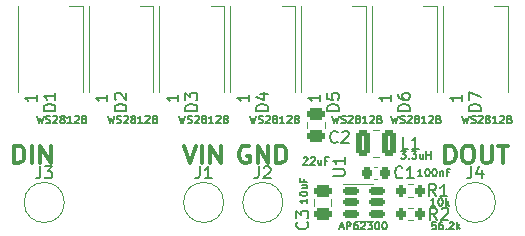
<source format=gto>
G04 #@! TF.GenerationSoftware,KiCad,Pcbnew,(6.0.2)*
G04 #@! TF.CreationDate,2022-12-18T22:11:01-08:00*
G04 #@! TF.ProjectId,rgb-led-board,7267622d-6c65-4642-9d62-6f6172642e6b,rev?*
G04 #@! TF.SameCoordinates,Original*
G04 #@! TF.FileFunction,Legend,Top*
G04 #@! TF.FilePolarity,Positive*
%FSLAX46Y46*%
G04 Gerber Fmt 4.6, Leading zero omitted, Abs format (unit mm)*
G04 Created by KiCad (PCBNEW (6.0.2)) date 2022-12-18 22:11:01*
%MOMM*%
%LPD*%
G01*
G04 APERTURE LIST*
G04 Aperture macros list*
%AMRoundRect*
0 Rectangle with rounded corners*
0 $1 Rounding radius*
0 $2 $3 $4 $5 $6 $7 $8 $9 X,Y pos of 4 corners*
0 Add a 4 corners polygon primitive as box body*
4,1,4,$2,$3,$4,$5,$6,$7,$8,$9,$2,$3,0*
0 Add four circle primitives for the rounded corners*
1,1,$1+$1,$2,$3*
1,1,$1+$1,$4,$5*
1,1,$1+$1,$6,$7*
1,1,$1+$1,$8,$9*
0 Add four rect primitives between the rounded corners*
20,1,$1+$1,$2,$3,$4,$5,0*
20,1,$1+$1,$4,$5,$6,$7,0*
20,1,$1+$1,$6,$7,$8,$9,0*
20,1,$1+$1,$8,$9,$2,$3,0*%
G04 Aperture macros list end*
%ADD10C,0.300000*%
%ADD11C,0.150000*%
%ADD12C,0.120000*%
%ADD13RoundRect,0.250000X-0.475000X0.250000X-0.475000X-0.250000X0.475000X-0.250000X0.475000X0.250000X0*%
%ADD14RoundRect,0.150000X-0.512500X-0.150000X0.512500X-0.150000X0.512500X0.150000X-0.512500X0.150000X0*%
%ADD15RoundRect,0.200000X-0.200000X-0.275000X0.200000X-0.275000X0.200000X0.275000X-0.200000X0.275000X0*%
%ADD16RoundRect,0.200000X0.200000X0.275000X-0.200000X0.275000X-0.200000X-0.275000X0.200000X-0.275000X0*%
%ADD17RoundRect,0.250000X-0.375000X-0.850000X0.375000X-0.850000X0.375000X0.850000X-0.375000X0.850000X0*%
%ADD18C,3.000000*%
%ADD19R,1.000000X1.500000*%
%ADD20RoundRect,0.250000X0.475000X-0.250000X0.475000X0.250000X-0.475000X0.250000X-0.475000X-0.250000X0*%
%ADD21RoundRect,0.225000X-0.225000X-0.250000X0.225000X-0.250000X0.225000X0.250000X-0.225000X0.250000X0*%
G04 APERTURE END LIST*
D10*
X123964285Y-28678571D02*
X123964285Y-27178571D01*
X124321428Y-27178571D01*
X124535714Y-27250000D01*
X124678571Y-27392857D01*
X124750000Y-27535714D01*
X124821428Y-27821428D01*
X124821428Y-28035714D01*
X124750000Y-28321428D01*
X124678571Y-28464285D01*
X124535714Y-28607142D01*
X124321428Y-28678571D01*
X123964285Y-28678571D01*
X125750000Y-27178571D02*
X126035714Y-27178571D01*
X126178571Y-27250000D01*
X126321428Y-27392857D01*
X126392857Y-27678571D01*
X126392857Y-28178571D01*
X126321428Y-28464285D01*
X126178571Y-28607142D01*
X126035714Y-28678571D01*
X125750000Y-28678571D01*
X125607142Y-28607142D01*
X125464285Y-28464285D01*
X125392857Y-28178571D01*
X125392857Y-27678571D01*
X125464285Y-27392857D01*
X125607142Y-27250000D01*
X125750000Y-27178571D01*
X127035714Y-27178571D02*
X127035714Y-28392857D01*
X127107142Y-28535714D01*
X127178571Y-28607142D01*
X127321428Y-28678571D01*
X127607142Y-28678571D01*
X127750000Y-28607142D01*
X127821428Y-28535714D01*
X127892857Y-28392857D01*
X127892857Y-27178571D01*
X128392857Y-27178571D02*
X129250000Y-27178571D01*
X128821428Y-28678571D02*
X128821428Y-27178571D01*
X107357142Y-27250000D02*
X107214285Y-27178571D01*
X107000000Y-27178571D01*
X106785714Y-27250000D01*
X106642857Y-27392857D01*
X106571428Y-27535714D01*
X106500000Y-27821428D01*
X106500000Y-28035714D01*
X106571428Y-28321428D01*
X106642857Y-28464285D01*
X106785714Y-28607142D01*
X107000000Y-28678571D01*
X107142857Y-28678571D01*
X107357142Y-28607142D01*
X107428571Y-28535714D01*
X107428571Y-28035714D01*
X107142857Y-28035714D01*
X108071428Y-28678571D02*
X108071428Y-27178571D01*
X108928571Y-28678571D01*
X108928571Y-27178571D01*
X109642857Y-28678571D02*
X109642857Y-27178571D01*
X110000000Y-27178571D01*
X110214285Y-27250000D01*
X110357142Y-27392857D01*
X110428571Y-27535714D01*
X110500000Y-27821428D01*
X110500000Y-28035714D01*
X110428571Y-28321428D01*
X110357142Y-28464285D01*
X110214285Y-28607142D01*
X110000000Y-28678571D01*
X109642857Y-28678571D01*
X101857142Y-27178571D02*
X102357142Y-28678571D01*
X102857142Y-27178571D01*
X103357142Y-28678571D02*
X103357142Y-27178571D01*
X104071428Y-28678571D02*
X104071428Y-27178571D01*
X104928571Y-28678571D01*
X104928571Y-27178571D01*
X87464285Y-28678571D02*
X87464285Y-27178571D01*
X87821428Y-27178571D01*
X88035714Y-27250000D01*
X88178571Y-27392857D01*
X88250000Y-27535714D01*
X88321428Y-27821428D01*
X88321428Y-28035714D01*
X88250000Y-28321428D01*
X88178571Y-28464285D01*
X88035714Y-28607142D01*
X87821428Y-28678571D01*
X87464285Y-28678571D01*
X88964285Y-28678571D02*
X88964285Y-27178571D01*
X89678571Y-28678571D02*
X89678571Y-27178571D01*
X90535714Y-28678571D01*
X90535714Y-27178571D01*
D11*
X114833333Y-26857142D02*
X114785714Y-26904761D01*
X114642857Y-26952380D01*
X114547619Y-26952380D01*
X114404761Y-26904761D01*
X114309523Y-26809523D01*
X114261904Y-26714285D01*
X114214285Y-26523809D01*
X114214285Y-26380952D01*
X114261904Y-26190476D01*
X114309523Y-26095238D01*
X114404761Y-26000000D01*
X114547619Y-25952380D01*
X114642857Y-25952380D01*
X114785714Y-26000000D01*
X114833333Y-26047619D01*
X115214285Y-26047619D02*
X115261904Y-26000000D01*
X115357142Y-25952380D01*
X115595238Y-25952380D01*
X115690476Y-26000000D01*
X115738095Y-26047619D01*
X115785714Y-26142857D01*
X115785714Y-26238095D01*
X115738095Y-26380952D01*
X115166666Y-26952380D01*
X115785714Y-26952380D01*
X111956785Y-28212738D02*
X111987023Y-28182500D01*
X112047500Y-28152261D01*
X112198690Y-28152261D01*
X112259166Y-28182500D01*
X112289404Y-28212738D01*
X112319642Y-28273214D01*
X112319642Y-28333690D01*
X112289404Y-28424404D01*
X111926547Y-28787261D01*
X112319642Y-28787261D01*
X112561547Y-28212738D02*
X112591785Y-28182500D01*
X112652261Y-28152261D01*
X112803452Y-28152261D01*
X112863928Y-28182500D01*
X112894166Y-28212738D01*
X112924404Y-28273214D01*
X112924404Y-28333690D01*
X112894166Y-28424404D01*
X112531309Y-28787261D01*
X112924404Y-28787261D01*
X113468690Y-28363928D02*
X113468690Y-28787261D01*
X113196547Y-28363928D02*
X113196547Y-28696547D01*
X113226785Y-28757023D01*
X113287261Y-28787261D01*
X113377976Y-28787261D01*
X113438452Y-28757023D01*
X113468690Y-28726785D01*
X113982738Y-28454642D02*
X113771071Y-28454642D01*
X113771071Y-28787261D02*
X113771071Y-28152261D01*
X114073452Y-28152261D01*
X114452380Y-29761904D02*
X115261904Y-29761904D01*
X115357142Y-29714285D01*
X115404761Y-29666666D01*
X115452380Y-29571428D01*
X115452380Y-29380952D01*
X115404761Y-29285714D01*
X115357142Y-29238095D01*
X115261904Y-29190476D01*
X114452380Y-29190476D01*
X115452380Y-28190476D02*
X115452380Y-28761904D01*
X115452380Y-28476190D02*
X114452380Y-28476190D01*
X114595238Y-28571428D01*
X114690476Y-28666666D01*
X114738095Y-28761904D01*
X115019404Y-34105833D02*
X115321785Y-34105833D01*
X114958928Y-34287261D02*
X115170595Y-33652261D01*
X115382261Y-34287261D01*
X115593928Y-34287261D02*
X115593928Y-33652261D01*
X115835833Y-33652261D01*
X115896309Y-33682500D01*
X115926547Y-33712738D01*
X115956785Y-33773214D01*
X115956785Y-33863928D01*
X115926547Y-33924404D01*
X115896309Y-33954642D01*
X115835833Y-33984880D01*
X115593928Y-33984880D01*
X116501071Y-33652261D02*
X116380119Y-33652261D01*
X116319642Y-33682500D01*
X116289404Y-33712738D01*
X116228928Y-33803452D01*
X116198690Y-33924404D01*
X116198690Y-34166309D01*
X116228928Y-34226785D01*
X116259166Y-34257023D01*
X116319642Y-34287261D01*
X116440595Y-34287261D01*
X116501071Y-34257023D01*
X116531309Y-34226785D01*
X116561547Y-34166309D01*
X116561547Y-34015119D01*
X116531309Y-33954642D01*
X116501071Y-33924404D01*
X116440595Y-33894166D01*
X116319642Y-33894166D01*
X116259166Y-33924404D01*
X116228928Y-33954642D01*
X116198690Y-34015119D01*
X116803452Y-33712738D02*
X116833690Y-33682500D01*
X116894166Y-33652261D01*
X117045357Y-33652261D01*
X117105833Y-33682500D01*
X117136071Y-33712738D01*
X117166309Y-33773214D01*
X117166309Y-33833690D01*
X117136071Y-33924404D01*
X116773214Y-34287261D01*
X117166309Y-34287261D01*
X117377976Y-33652261D02*
X117771071Y-33652261D01*
X117559404Y-33894166D01*
X117650119Y-33894166D01*
X117710595Y-33924404D01*
X117740833Y-33954642D01*
X117771071Y-34015119D01*
X117771071Y-34166309D01*
X117740833Y-34226785D01*
X117710595Y-34257023D01*
X117650119Y-34287261D01*
X117468690Y-34287261D01*
X117408214Y-34257023D01*
X117377976Y-34226785D01*
X118164166Y-33652261D02*
X118224642Y-33652261D01*
X118285119Y-33682500D01*
X118315357Y-33712738D01*
X118345595Y-33773214D01*
X118375833Y-33894166D01*
X118375833Y-34045357D01*
X118345595Y-34166309D01*
X118315357Y-34226785D01*
X118285119Y-34257023D01*
X118224642Y-34287261D01*
X118164166Y-34287261D01*
X118103690Y-34257023D01*
X118073452Y-34226785D01*
X118043214Y-34166309D01*
X118012976Y-34045357D01*
X118012976Y-33894166D01*
X118043214Y-33773214D01*
X118073452Y-33712738D01*
X118103690Y-33682500D01*
X118164166Y-33652261D01*
X118768928Y-33652261D02*
X118829404Y-33652261D01*
X118889880Y-33682500D01*
X118920119Y-33712738D01*
X118950357Y-33773214D01*
X118980595Y-33894166D01*
X118980595Y-34045357D01*
X118950357Y-34166309D01*
X118920119Y-34226785D01*
X118889880Y-34257023D01*
X118829404Y-34287261D01*
X118768928Y-34287261D01*
X118708452Y-34257023D01*
X118678214Y-34226785D01*
X118647976Y-34166309D01*
X118617738Y-34045357D01*
X118617738Y-33894166D01*
X118647976Y-33773214D01*
X118678214Y-33712738D01*
X118708452Y-33682500D01*
X118768928Y-33652261D01*
X123258333Y-33452380D02*
X122925000Y-32976190D01*
X122686904Y-33452380D02*
X122686904Y-32452380D01*
X123067857Y-32452380D01*
X123163095Y-32500000D01*
X123210714Y-32547619D01*
X123258333Y-32642857D01*
X123258333Y-32785714D01*
X123210714Y-32880952D01*
X123163095Y-32928571D01*
X123067857Y-32976190D01*
X122686904Y-32976190D01*
X123639285Y-32547619D02*
X123686904Y-32500000D01*
X123782142Y-32452380D01*
X124020238Y-32452380D01*
X124115476Y-32500000D01*
X124163095Y-32547619D01*
X124210714Y-32642857D01*
X124210714Y-32738095D01*
X124163095Y-32880952D01*
X123591666Y-33452380D01*
X124210714Y-33452380D01*
X123122023Y-32287261D02*
X122759166Y-32287261D01*
X122940595Y-32287261D02*
X122940595Y-31652261D01*
X122880119Y-31742976D01*
X122819642Y-31803452D01*
X122759166Y-31833690D01*
X123515119Y-31652261D02*
X123575595Y-31652261D01*
X123636071Y-31682500D01*
X123666309Y-31712738D01*
X123696547Y-31773214D01*
X123726785Y-31894166D01*
X123726785Y-32045357D01*
X123696547Y-32166309D01*
X123666309Y-32226785D01*
X123636071Y-32257023D01*
X123575595Y-32287261D01*
X123515119Y-32287261D01*
X123454642Y-32257023D01*
X123424404Y-32226785D01*
X123394166Y-32166309D01*
X123363928Y-32045357D01*
X123363928Y-31894166D01*
X123394166Y-31773214D01*
X123424404Y-31712738D01*
X123454642Y-31682500D01*
X123515119Y-31652261D01*
X123998928Y-32287261D02*
X123998928Y-31652261D01*
X124059404Y-32045357D02*
X124240833Y-32287261D01*
X124240833Y-31863928D02*
X123998928Y-32105833D01*
X123158333Y-31452380D02*
X122825000Y-30976190D01*
X122586904Y-31452380D02*
X122586904Y-30452380D01*
X122967857Y-30452380D01*
X123063095Y-30500000D01*
X123110714Y-30547619D01*
X123158333Y-30642857D01*
X123158333Y-30785714D01*
X123110714Y-30880952D01*
X123063095Y-30928571D01*
X122967857Y-30976190D01*
X122586904Y-30976190D01*
X124110714Y-31452380D02*
X123539285Y-31452380D01*
X123825000Y-31452380D02*
X123825000Y-30452380D01*
X123729761Y-30595238D01*
X123634523Y-30690476D01*
X123539285Y-30738095D01*
X123138214Y-33652261D02*
X122835833Y-33652261D01*
X122805595Y-33954642D01*
X122835833Y-33924404D01*
X122896309Y-33894166D01*
X123047500Y-33894166D01*
X123107976Y-33924404D01*
X123138214Y-33954642D01*
X123168452Y-34015119D01*
X123168452Y-34166309D01*
X123138214Y-34226785D01*
X123107976Y-34257023D01*
X123047500Y-34287261D01*
X122896309Y-34287261D01*
X122835833Y-34257023D01*
X122805595Y-34226785D01*
X123712738Y-33652261D02*
X123591785Y-33652261D01*
X123531309Y-33682500D01*
X123501071Y-33712738D01*
X123440595Y-33803452D01*
X123410357Y-33924404D01*
X123410357Y-34166309D01*
X123440595Y-34226785D01*
X123470833Y-34257023D01*
X123531309Y-34287261D01*
X123652261Y-34287261D01*
X123712738Y-34257023D01*
X123742976Y-34226785D01*
X123773214Y-34166309D01*
X123773214Y-34015119D01*
X123742976Y-33954642D01*
X123712738Y-33924404D01*
X123652261Y-33894166D01*
X123531309Y-33894166D01*
X123470833Y-33924404D01*
X123440595Y-33954642D01*
X123410357Y-34015119D01*
X124045357Y-34226785D02*
X124075595Y-34257023D01*
X124045357Y-34287261D01*
X124015119Y-34257023D01*
X124045357Y-34226785D01*
X124045357Y-34287261D01*
X124317500Y-33712738D02*
X124347738Y-33682500D01*
X124408214Y-33652261D01*
X124559404Y-33652261D01*
X124619880Y-33682500D01*
X124650119Y-33712738D01*
X124680357Y-33773214D01*
X124680357Y-33833690D01*
X124650119Y-33924404D01*
X124287261Y-34287261D01*
X124680357Y-34287261D01*
X124952500Y-34287261D02*
X124952500Y-33652261D01*
X125012976Y-34045357D02*
X125194404Y-34287261D01*
X125194404Y-33863928D02*
X124952500Y-34105833D01*
X120833333Y-27452380D02*
X120357142Y-27452380D01*
X120357142Y-26452380D01*
X121690476Y-27452380D02*
X121119047Y-27452380D01*
X121404761Y-27452380D02*
X121404761Y-26452380D01*
X121309523Y-26595238D01*
X121214285Y-26690476D01*
X121119047Y-26738095D01*
X120214880Y-27652261D02*
X120607976Y-27652261D01*
X120396309Y-27894166D01*
X120487023Y-27894166D01*
X120547500Y-27924404D01*
X120577738Y-27954642D01*
X120607976Y-28015119D01*
X120607976Y-28166309D01*
X120577738Y-28226785D01*
X120547500Y-28257023D01*
X120487023Y-28287261D01*
X120305595Y-28287261D01*
X120245119Y-28257023D01*
X120214880Y-28226785D01*
X120880119Y-28226785D02*
X120910357Y-28257023D01*
X120880119Y-28287261D01*
X120849880Y-28257023D01*
X120880119Y-28226785D01*
X120880119Y-28287261D01*
X121122023Y-27652261D02*
X121515119Y-27652261D01*
X121303452Y-27894166D01*
X121394166Y-27894166D01*
X121454642Y-27924404D01*
X121484880Y-27954642D01*
X121515119Y-28015119D01*
X121515119Y-28166309D01*
X121484880Y-28226785D01*
X121454642Y-28257023D01*
X121394166Y-28287261D01*
X121212738Y-28287261D01*
X121152261Y-28257023D01*
X121122023Y-28226785D01*
X122059404Y-27863928D02*
X122059404Y-28287261D01*
X121787261Y-27863928D02*
X121787261Y-28196547D01*
X121817500Y-28257023D01*
X121877976Y-28287261D01*
X121968690Y-28287261D01*
X122029166Y-28257023D01*
X122059404Y-28226785D01*
X122361785Y-28287261D02*
X122361785Y-27652261D01*
X122361785Y-27954642D02*
X122724642Y-27954642D01*
X122724642Y-28287261D02*
X122724642Y-27652261D01*
X126166666Y-28954380D02*
X126166666Y-29668666D01*
X126119047Y-29811523D01*
X126023809Y-29906761D01*
X125880952Y-29954380D01*
X125785714Y-29954380D01*
X127071428Y-29287714D02*
X127071428Y-29954380D01*
X126833333Y-28906761D02*
X126595238Y-29621047D01*
X127214285Y-29621047D01*
X89666666Y-28954380D02*
X89666666Y-29668666D01*
X89619047Y-29811523D01*
X89523809Y-29906761D01*
X89380952Y-29954380D01*
X89285714Y-29954380D01*
X90047619Y-28954380D02*
X90666666Y-28954380D01*
X90333333Y-29335333D01*
X90476190Y-29335333D01*
X90571428Y-29382952D01*
X90619047Y-29430571D01*
X90666666Y-29525809D01*
X90666666Y-29763904D01*
X90619047Y-29859142D01*
X90571428Y-29906761D01*
X90476190Y-29954380D01*
X90190476Y-29954380D01*
X90095238Y-29906761D01*
X90047619Y-29859142D01*
X108166666Y-28954380D02*
X108166666Y-29668666D01*
X108119047Y-29811523D01*
X108023809Y-29906761D01*
X107880952Y-29954380D01*
X107785714Y-29954380D01*
X108595238Y-29049619D02*
X108642857Y-29002000D01*
X108738095Y-28954380D01*
X108976190Y-28954380D01*
X109071428Y-29002000D01*
X109119047Y-29049619D01*
X109166666Y-29144857D01*
X109166666Y-29240095D01*
X109119047Y-29382952D01*
X108547619Y-29954380D01*
X109166666Y-29954380D01*
X103166666Y-28954380D02*
X103166666Y-29668666D01*
X103119047Y-29811523D01*
X103023809Y-29906761D01*
X102880952Y-29954380D01*
X102785714Y-29954380D01*
X104166666Y-29954380D02*
X103595238Y-29954380D01*
X103880952Y-29954380D02*
X103880952Y-28954380D01*
X103785714Y-29097238D01*
X103690476Y-29192476D01*
X103595238Y-29240095D01*
X126952380Y-24238095D02*
X125952380Y-24238095D01*
X125952380Y-24000000D01*
X126000000Y-23857142D01*
X126095238Y-23761904D01*
X126190476Y-23714285D01*
X126380952Y-23666666D01*
X126523809Y-23666666D01*
X126714285Y-23714285D01*
X126809523Y-23761904D01*
X126904761Y-23857142D01*
X126952380Y-24000000D01*
X126952380Y-24238095D01*
X125952380Y-23333333D02*
X125952380Y-22666666D01*
X126952380Y-23095238D01*
X125398452Y-24652261D02*
X125549642Y-25287261D01*
X125670595Y-24833690D01*
X125791547Y-25287261D01*
X125942738Y-24652261D01*
X126154404Y-25257023D02*
X126245119Y-25287261D01*
X126396309Y-25287261D01*
X126456785Y-25257023D01*
X126487023Y-25226785D01*
X126517261Y-25166309D01*
X126517261Y-25105833D01*
X126487023Y-25045357D01*
X126456785Y-25015119D01*
X126396309Y-24984880D01*
X126275357Y-24954642D01*
X126214880Y-24924404D01*
X126184642Y-24894166D01*
X126154404Y-24833690D01*
X126154404Y-24773214D01*
X126184642Y-24712738D01*
X126214880Y-24682500D01*
X126275357Y-24652261D01*
X126426547Y-24652261D01*
X126517261Y-24682500D01*
X126759166Y-24712738D02*
X126789404Y-24682500D01*
X126849880Y-24652261D01*
X127001071Y-24652261D01*
X127061547Y-24682500D01*
X127091785Y-24712738D01*
X127122023Y-24773214D01*
X127122023Y-24833690D01*
X127091785Y-24924404D01*
X126728928Y-25287261D01*
X127122023Y-25287261D01*
X127484880Y-24924404D02*
X127424404Y-24894166D01*
X127394166Y-24863928D01*
X127363928Y-24803452D01*
X127363928Y-24773214D01*
X127394166Y-24712738D01*
X127424404Y-24682500D01*
X127484880Y-24652261D01*
X127605833Y-24652261D01*
X127666309Y-24682500D01*
X127696547Y-24712738D01*
X127726785Y-24773214D01*
X127726785Y-24803452D01*
X127696547Y-24863928D01*
X127666309Y-24894166D01*
X127605833Y-24924404D01*
X127484880Y-24924404D01*
X127424404Y-24954642D01*
X127394166Y-24984880D01*
X127363928Y-25045357D01*
X127363928Y-25166309D01*
X127394166Y-25226785D01*
X127424404Y-25257023D01*
X127484880Y-25287261D01*
X127605833Y-25287261D01*
X127666309Y-25257023D01*
X127696547Y-25226785D01*
X127726785Y-25166309D01*
X127726785Y-25045357D01*
X127696547Y-24984880D01*
X127666309Y-24954642D01*
X127605833Y-24924404D01*
X128331547Y-25287261D02*
X127968690Y-25287261D01*
X128150119Y-25287261D02*
X128150119Y-24652261D01*
X128089642Y-24742976D01*
X128029166Y-24803452D01*
X127968690Y-24833690D01*
X128573452Y-24712738D02*
X128603690Y-24682500D01*
X128664166Y-24652261D01*
X128815357Y-24652261D01*
X128875833Y-24682500D01*
X128906071Y-24712738D01*
X128936309Y-24773214D01*
X128936309Y-24833690D01*
X128906071Y-24924404D01*
X128543214Y-25287261D01*
X128936309Y-25287261D01*
X129420119Y-24954642D02*
X129510833Y-24984880D01*
X129541071Y-25015119D01*
X129571309Y-25075595D01*
X129571309Y-25166309D01*
X129541071Y-25226785D01*
X129510833Y-25257023D01*
X129450357Y-25287261D01*
X129208452Y-25287261D01*
X129208452Y-24652261D01*
X129420119Y-24652261D01*
X129480595Y-24682500D01*
X129510833Y-24712738D01*
X129541071Y-24773214D01*
X129541071Y-24833690D01*
X129510833Y-24894166D01*
X129480595Y-24924404D01*
X129420119Y-24954642D01*
X129208452Y-24954642D01*
X125352380Y-22864285D02*
X125352380Y-23435714D01*
X125352380Y-23150000D02*
X124352380Y-23150000D01*
X124495238Y-23245238D01*
X124590476Y-23340476D01*
X124638095Y-23435714D01*
X120952380Y-24238095D02*
X119952380Y-24238095D01*
X119952380Y-24000000D01*
X120000000Y-23857142D01*
X120095238Y-23761904D01*
X120190476Y-23714285D01*
X120380952Y-23666666D01*
X120523809Y-23666666D01*
X120714285Y-23714285D01*
X120809523Y-23761904D01*
X120904761Y-23857142D01*
X120952380Y-24000000D01*
X120952380Y-24238095D01*
X119952380Y-22809523D02*
X119952380Y-23000000D01*
X120000000Y-23095238D01*
X120047619Y-23142857D01*
X120190476Y-23238095D01*
X120380952Y-23285714D01*
X120761904Y-23285714D01*
X120857142Y-23238095D01*
X120904761Y-23190476D01*
X120952380Y-23095238D01*
X120952380Y-22904761D01*
X120904761Y-22809523D01*
X120857142Y-22761904D01*
X120761904Y-22714285D01*
X120523809Y-22714285D01*
X120428571Y-22761904D01*
X120380952Y-22809523D01*
X120333333Y-22904761D01*
X120333333Y-23095238D01*
X120380952Y-23190476D01*
X120428571Y-23238095D01*
X120523809Y-23285714D01*
X119398452Y-24652261D02*
X119549642Y-25287261D01*
X119670595Y-24833690D01*
X119791547Y-25287261D01*
X119942738Y-24652261D01*
X120154404Y-25257023D02*
X120245119Y-25287261D01*
X120396309Y-25287261D01*
X120456785Y-25257023D01*
X120487023Y-25226785D01*
X120517261Y-25166309D01*
X120517261Y-25105833D01*
X120487023Y-25045357D01*
X120456785Y-25015119D01*
X120396309Y-24984880D01*
X120275357Y-24954642D01*
X120214880Y-24924404D01*
X120184642Y-24894166D01*
X120154404Y-24833690D01*
X120154404Y-24773214D01*
X120184642Y-24712738D01*
X120214880Y-24682500D01*
X120275357Y-24652261D01*
X120426547Y-24652261D01*
X120517261Y-24682500D01*
X120759166Y-24712738D02*
X120789404Y-24682500D01*
X120849880Y-24652261D01*
X121001071Y-24652261D01*
X121061547Y-24682500D01*
X121091785Y-24712738D01*
X121122023Y-24773214D01*
X121122023Y-24833690D01*
X121091785Y-24924404D01*
X120728928Y-25287261D01*
X121122023Y-25287261D01*
X121484880Y-24924404D02*
X121424404Y-24894166D01*
X121394166Y-24863928D01*
X121363928Y-24803452D01*
X121363928Y-24773214D01*
X121394166Y-24712738D01*
X121424404Y-24682500D01*
X121484880Y-24652261D01*
X121605833Y-24652261D01*
X121666309Y-24682500D01*
X121696547Y-24712738D01*
X121726785Y-24773214D01*
X121726785Y-24803452D01*
X121696547Y-24863928D01*
X121666309Y-24894166D01*
X121605833Y-24924404D01*
X121484880Y-24924404D01*
X121424404Y-24954642D01*
X121394166Y-24984880D01*
X121363928Y-25045357D01*
X121363928Y-25166309D01*
X121394166Y-25226785D01*
X121424404Y-25257023D01*
X121484880Y-25287261D01*
X121605833Y-25287261D01*
X121666309Y-25257023D01*
X121696547Y-25226785D01*
X121726785Y-25166309D01*
X121726785Y-25045357D01*
X121696547Y-24984880D01*
X121666309Y-24954642D01*
X121605833Y-24924404D01*
X122331547Y-25287261D02*
X121968690Y-25287261D01*
X122150119Y-25287261D02*
X122150119Y-24652261D01*
X122089642Y-24742976D01*
X122029166Y-24803452D01*
X121968690Y-24833690D01*
X122573452Y-24712738D02*
X122603690Y-24682500D01*
X122664166Y-24652261D01*
X122815357Y-24652261D01*
X122875833Y-24682500D01*
X122906071Y-24712738D01*
X122936309Y-24773214D01*
X122936309Y-24833690D01*
X122906071Y-24924404D01*
X122543214Y-25287261D01*
X122936309Y-25287261D01*
X123420119Y-24954642D02*
X123510833Y-24984880D01*
X123541071Y-25015119D01*
X123571309Y-25075595D01*
X123571309Y-25166309D01*
X123541071Y-25226785D01*
X123510833Y-25257023D01*
X123450357Y-25287261D01*
X123208452Y-25287261D01*
X123208452Y-24652261D01*
X123420119Y-24652261D01*
X123480595Y-24682500D01*
X123510833Y-24712738D01*
X123541071Y-24773214D01*
X123541071Y-24833690D01*
X123510833Y-24894166D01*
X123480595Y-24924404D01*
X123420119Y-24954642D01*
X123208452Y-24954642D01*
X119352380Y-22864285D02*
X119352380Y-23435714D01*
X119352380Y-23150000D02*
X118352380Y-23150000D01*
X118495238Y-23245238D01*
X118590476Y-23340476D01*
X118638095Y-23435714D01*
X114952380Y-24238095D02*
X113952380Y-24238095D01*
X113952380Y-24000000D01*
X114000000Y-23857142D01*
X114095238Y-23761904D01*
X114190476Y-23714285D01*
X114380952Y-23666666D01*
X114523809Y-23666666D01*
X114714285Y-23714285D01*
X114809523Y-23761904D01*
X114904761Y-23857142D01*
X114952380Y-24000000D01*
X114952380Y-24238095D01*
X113952380Y-22761904D02*
X113952380Y-23238095D01*
X114428571Y-23285714D01*
X114380952Y-23238095D01*
X114333333Y-23142857D01*
X114333333Y-22904761D01*
X114380952Y-22809523D01*
X114428571Y-22761904D01*
X114523809Y-22714285D01*
X114761904Y-22714285D01*
X114857142Y-22761904D01*
X114904761Y-22809523D01*
X114952380Y-22904761D01*
X114952380Y-23142857D01*
X114904761Y-23238095D01*
X114857142Y-23285714D01*
X114398452Y-24652261D02*
X114549642Y-25287261D01*
X114670595Y-24833690D01*
X114791547Y-25287261D01*
X114942738Y-24652261D01*
X115154404Y-25257023D02*
X115245119Y-25287261D01*
X115396309Y-25287261D01*
X115456785Y-25257023D01*
X115487023Y-25226785D01*
X115517261Y-25166309D01*
X115517261Y-25105833D01*
X115487023Y-25045357D01*
X115456785Y-25015119D01*
X115396309Y-24984880D01*
X115275357Y-24954642D01*
X115214880Y-24924404D01*
X115184642Y-24894166D01*
X115154404Y-24833690D01*
X115154404Y-24773214D01*
X115184642Y-24712738D01*
X115214880Y-24682500D01*
X115275357Y-24652261D01*
X115426547Y-24652261D01*
X115517261Y-24682500D01*
X115759166Y-24712738D02*
X115789404Y-24682500D01*
X115849880Y-24652261D01*
X116001071Y-24652261D01*
X116061547Y-24682500D01*
X116091785Y-24712738D01*
X116122023Y-24773214D01*
X116122023Y-24833690D01*
X116091785Y-24924404D01*
X115728928Y-25287261D01*
X116122023Y-25287261D01*
X116484880Y-24924404D02*
X116424404Y-24894166D01*
X116394166Y-24863928D01*
X116363928Y-24803452D01*
X116363928Y-24773214D01*
X116394166Y-24712738D01*
X116424404Y-24682500D01*
X116484880Y-24652261D01*
X116605833Y-24652261D01*
X116666309Y-24682500D01*
X116696547Y-24712738D01*
X116726785Y-24773214D01*
X116726785Y-24803452D01*
X116696547Y-24863928D01*
X116666309Y-24894166D01*
X116605833Y-24924404D01*
X116484880Y-24924404D01*
X116424404Y-24954642D01*
X116394166Y-24984880D01*
X116363928Y-25045357D01*
X116363928Y-25166309D01*
X116394166Y-25226785D01*
X116424404Y-25257023D01*
X116484880Y-25287261D01*
X116605833Y-25287261D01*
X116666309Y-25257023D01*
X116696547Y-25226785D01*
X116726785Y-25166309D01*
X116726785Y-25045357D01*
X116696547Y-24984880D01*
X116666309Y-24954642D01*
X116605833Y-24924404D01*
X117331547Y-25287261D02*
X116968690Y-25287261D01*
X117150119Y-25287261D02*
X117150119Y-24652261D01*
X117089642Y-24742976D01*
X117029166Y-24803452D01*
X116968690Y-24833690D01*
X117573452Y-24712738D02*
X117603690Y-24682500D01*
X117664166Y-24652261D01*
X117815357Y-24652261D01*
X117875833Y-24682500D01*
X117906071Y-24712738D01*
X117936309Y-24773214D01*
X117936309Y-24833690D01*
X117906071Y-24924404D01*
X117543214Y-25287261D01*
X117936309Y-25287261D01*
X118420119Y-24954642D02*
X118510833Y-24984880D01*
X118541071Y-25015119D01*
X118571309Y-25075595D01*
X118571309Y-25166309D01*
X118541071Y-25226785D01*
X118510833Y-25257023D01*
X118450357Y-25287261D01*
X118208452Y-25287261D01*
X118208452Y-24652261D01*
X118420119Y-24652261D01*
X118480595Y-24682500D01*
X118510833Y-24712738D01*
X118541071Y-24773214D01*
X118541071Y-24833690D01*
X118510833Y-24894166D01*
X118480595Y-24924404D01*
X118420119Y-24954642D01*
X118208452Y-24954642D01*
X113352380Y-22864285D02*
X113352380Y-23435714D01*
X113352380Y-23150000D02*
X112352380Y-23150000D01*
X112495238Y-23245238D01*
X112590476Y-23340476D01*
X112638095Y-23435714D01*
X108952380Y-24238095D02*
X107952380Y-24238095D01*
X107952380Y-24000000D01*
X108000000Y-23857142D01*
X108095238Y-23761904D01*
X108190476Y-23714285D01*
X108380952Y-23666666D01*
X108523809Y-23666666D01*
X108714285Y-23714285D01*
X108809523Y-23761904D01*
X108904761Y-23857142D01*
X108952380Y-24000000D01*
X108952380Y-24238095D01*
X108285714Y-22809523D02*
X108952380Y-22809523D01*
X107904761Y-23047619D02*
X108619047Y-23285714D01*
X108619047Y-22666666D01*
X107398452Y-24652261D02*
X107549642Y-25287261D01*
X107670595Y-24833690D01*
X107791547Y-25287261D01*
X107942738Y-24652261D01*
X108154404Y-25257023D02*
X108245119Y-25287261D01*
X108396309Y-25287261D01*
X108456785Y-25257023D01*
X108487023Y-25226785D01*
X108517261Y-25166309D01*
X108517261Y-25105833D01*
X108487023Y-25045357D01*
X108456785Y-25015119D01*
X108396309Y-24984880D01*
X108275357Y-24954642D01*
X108214880Y-24924404D01*
X108184642Y-24894166D01*
X108154404Y-24833690D01*
X108154404Y-24773214D01*
X108184642Y-24712738D01*
X108214880Y-24682500D01*
X108275357Y-24652261D01*
X108426547Y-24652261D01*
X108517261Y-24682500D01*
X108759166Y-24712738D02*
X108789404Y-24682500D01*
X108849880Y-24652261D01*
X109001071Y-24652261D01*
X109061547Y-24682500D01*
X109091785Y-24712738D01*
X109122023Y-24773214D01*
X109122023Y-24833690D01*
X109091785Y-24924404D01*
X108728928Y-25287261D01*
X109122023Y-25287261D01*
X109484880Y-24924404D02*
X109424404Y-24894166D01*
X109394166Y-24863928D01*
X109363928Y-24803452D01*
X109363928Y-24773214D01*
X109394166Y-24712738D01*
X109424404Y-24682500D01*
X109484880Y-24652261D01*
X109605833Y-24652261D01*
X109666309Y-24682500D01*
X109696547Y-24712738D01*
X109726785Y-24773214D01*
X109726785Y-24803452D01*
X109696547Y-24863928D01*
X109666309Y-24894166D01*
X109605833Y-24924404D01*
X109484880Y-24924404D01*
X109424404Y-24954642D01*
X109394166Y-24984880D01*
X109363928Y-25045357D01*
X109363928Y-25166309D01*
X109394166Y-25226785D01*
X109424404Y-25257023D01*
X109484880Y-25287261D01*
X109605833Y-25287261D01*
X109666309Y-25257023D01*
X109696547Y-25226785D01*
X109726785Y-25166309D01*
X109726785Y-25045357D01*
X109696547Y-24984880D01*
X109666309Y-24954642D01*
X109605833Y-24924404D01*
X110331547Y-25287261D02*
X109968690Y-25287261D01*
X110150119Y-25287261D02*
X110150119Y-24652261D01*
X110089642Y-24742976D01*
X110029166Y-24803452D01*
X109968690Y-24833690D01*
X110573452Y-24712738D02*
X110603690Y-24682500D01*
X110664166Y-24652261D01*
X110815357Y-24652261D01*
X110875833Y-24682500D01*
X110906071Y-24712738D01*
X110936309Y-24773214D01*
X110936309Y-24833690D01*
X110906071Y-24924404D01*
X110543214Y-25287261D01*
X110936309Y-25287261D01*
X111420119Y-24954642D02*
X111510833Y-24984880D01*
X111541071Y-25015119D01*
X111571309Y-25075595D01*
X111571309Y-25166309D01*
X111541071Y-25226785D01*
X111510833Y-25257023D01*
X111450357Y-25287261D01*
X111208452Y-25287261D01*
X111208452Y-24652261D01*
X111420119Y-24652261D01*
X111480595Y-24682500D01*
X111510833Y-24712738D01*
X111541071Y-24773214D01*
X111541071Y-24833690D01*
X111510833Y-24894166D01*
X111480595Y-24924404D01*
X111420119Y-24954642D01*
X111208452Y-24954642D01*
X107352380Y-22864285D02*
X107352380Y-23435714D01*
X107352380Y-23150000D02*
X106352380Y-23150000D01*
X106495238Y-23245238D01*
X106590476Y-23340476D01*
X106638095Y-23435714D01*
X102952380Y-24238095D02*
X101952380Y-24238095D01*
X101952380Y-24000000D01*
X102000000Y-23857142D01*
X102095238Y-23761904D01*
X102190476Y-23714285D01*
X102380952Y-23666666D01*
X102523809Y-23666666D01*
X102714285Y-23714285D01*
X102809523Y-23761904D01*
X102904761Y-23857142D01*
X102952380Y-24000000D01*
X102952380Y-24238095D01*
X101952380Y-23333333D02*
X101952380Y-22714285D01*
X102333333Y-23047619D01*
X102333333Y-22904761D01*
X102380952Y-22809523D01*
X102428571Y-22761904D01*
X102523809Y-22714285D01*
X102761904Y-22714285D01*
X102857142Y-22761904D01*
X102904761Y-22809523D01*
X102952380Y-22904761D01*
X102952380Y-23190476D01*
X102904761Y-23285714D01*
X102857142Y-23333333D01*
X101398452Y-24652261D02*
X101549642Y-25287261D01*
X101670595Y-24833690D01*
X101791547Y-25287261D01*
X101942738Y-24652261D01*
X102154404Y-25257023D02*
X102245119Y-25287261D01*
X102396309Y-25287261D01*
X102456785Y-25257023D01*
X102487023Y-25226785D01*
X102517261Y-25166309D01*
X102517261Y-25105833D01*
X102487023Y-25045357D01*
X102456785Y-25015119D01*
X102396309Y-24984880D01*
X102275357Y-24954642D01*
X102214880Y-24924404D01*
X102184642Y-24894166D01*
X102154404Y-24833690D01*
X102154404Y-24773214D01*
X102184642Y-24712738D01*
X102214880Y-24682500D01*
X102275357Y-24652261D01*
X102426547Y-24652261D01*
X102517261Y-24682500D01*
X102759166Y-24712738D02*
X102789404Y-24682500D01*
X102849880Y-24652261D01*
X103001071Y-24652261D01*
X103061547Y-24682500D01*
X103091785Y-24712738D01*
X103122023Y-24773214D01*
X103122023Y-24833690D01*
X103091785Y-24924404D01*
X102728928Y-25287261D01*
X103122023Y-25287261D01*
X103484880Y-24924404D02*
X103424404Y-24894166D01*
X103394166Y-24863928D01*
X103363928Y-24803452D01*
X103363928Y-24773214D01*
X103394166Y-24712738D01*
X103424404Y-24682500D01*
X103484880Y-24652261D01*
X103605833Y-24652261D01*
X103666309Y-24682500D01*
X103696547Y-24712738D01*
X103726785Y-24773214D01*
X103726785Y-24803452D01*
X103696547Y-24863928D01*
X103666309Y-24894166D01*
X103605833Y-24924404D01*
X103484880Y-24924404D01*
X103424404Y-24954642D01*
X103394166Y-24984880D01*
X103363928Y-25045357D01*
X103363928Y-25166309D01*
X103394166Y-25226785D01*
X103424404Y-25257023D01*
X103484880Y-25287261D01*
X103605833Y-25287261D01*
X103666309Y-25257023D01*
X103696547Y-25226785D01*
X103726785Y-25166309D01*
X103726785Y-25045357D01*
X103696547Y-24984880D01*
X103666309Y-24954642D01*
X103605833Y-24924404D01*
X104331547Y-25287261D02*
X103968690Y-25287261D01*
X104150119Y-25287261D02*
X104150119Y-24652261D01*
X104089642Y-24742976D01*
X104029166Y-24803452D01*
X103968690Y-24833690D01*
X104573452Y-24712738D02*
X104603690Y-24682500D01*
X104664166Y-24652261D01*
X104815357Y-24652261D01*
X104875833Y-24682500D01*
X104906071Y-24712738D01*
X104936309Y-24773214D01*
X104936309Y-24833690D01*
X104906071Y-24924404D01*
X104543214Y-25287261D01*
X104936309Y-25287261D01*
X105420119Y-24954642D02*
X105510833Y-24984880D01*
X105541071Y-25015119D01*
X105571309Y-25075595D01*
X105571309Y-25166309D01*
X105541071Y-25226785D01*
X105510833Y-25257023D01*
X105450357Y-25287261D01*
X105208452Y-25287261D01*
X105208452Y-24652261D01*
X105420119Y-24652261D01*
X105480595Y-24682500D01*
X105510833Y-24712738D01*
X105541071Y-24773214D01*
X105541071Y-24833690D01*
X105510833Y-24894166D01*
X105480595Y-24924404D01*
X105420119Y-24954642D01*
X105208452Y-24954642D01*
X101352380Y-22864285D02*
X101352380Y-23435714D01*
X101352380Y-23150000D02*
X100352380Y-23150000D01*
X100495238Y-23245238D01*
X100590476Y-23340476D01*
X100638095Y-23435714D01*
X96952380Y-24238095D02*
X95952380Y-24238095D01*
X95952380Y-24000000D01*
X96000000Y-23857142D01*
X96095238Y-23761904D01*
X96190476Y-23714285D01*
X96380952Y-23666666D01*
X96523809Y-23666666D01*
X96714285Y-23714285D01*
X96809523Y-23761904D01*
X96904761Y-23857142D01*
X96952380Y-24000000D01*
X96952380Y-24238095D01*
X96047619Y-23285714D02*
X96000000Y-23238095D01*
X95952380Y-23142857D01*
X95952380Y-22904761D01*
X96000000Y-22809523D01*
X96047619Y-22761904D01*
X96142857Y-22714285D01*
X96238095Y-22714285D01*
X96380952Y-22761904D01*
X96952380Y-23333333D01*
X96952380Y-22714285D01*
X95398452Y-24652261D02*
X95549642Y-25287261D01*
X95670595Y-24833690D01*
X95791547Y-25287261D01*
X95942738Y-24652261D01*
X96154404Y-25257023D02*
X96245119Y-25287261D01*
X96396309Y-25287261D01*
X96456785Y-25257023D01*
X96487023Y-25226785D01*
X96517261Y-25166309D01*
X96517261Y-25105833D01*
X96487023Y-25045357D01*
X96456785Y-25015119D01*
X96396309Y-24984880D01*
X96275357Y-24954642D01*
X96214880Y-24924404D01*
X96184642Y-24894166D01*
X96154404Y-24833690D01*
X96154404Y-24773214D01*
X96184642Y-24712738D01*
X96214880Y-24682500D01*
X96275357Y-24652261D01*
X96426547Y-24652261D01*
X96517261Y-24682500D01*
X96759166Y-24712738D02*
X96789404Y-24682500D01*
X96849880Y-24652261D01*
X97001071Y-24652261D01*
X97061547Y-24682500D01*
X97091785Y-24712738D01*
X97122023Y-24773214D01*
X97122023Y-24833690D01*
X97091785Y-24924404D01*
X96728928Y-25287261D01*
X97122023Y-25287261D01*
X97484880Y-24924404D02*
X97424404Y-24894166D01*
X97394166Y-24863928D01*
X97363928Y-24803452D01*
X97363928Y-24773214D01*
X97394166Y-24712738D01*
X97424404Y-24682500D01*
X97484880Y-24652261D01*
X97605833Y-24652261D01*
X97666309Y-24682500D01*
X97696547Y-24712738D01*
X97726785Y-24773214D01*
X97726785Y-24803452D01*
X97696547Y-24863928D01*
X97666309Y-24894166D01*
X97605833Y-24924404D01*
X97484880Y-24924404D01*
X97424404Y-24954642D01*
X97394166Y-24984880D01*
X97363928Y-25045357D01*
X97363928Y-25166309D01*
X97394166Y-25226785D01*
X97424404Y-25257023D01*
X97484880Y-25287261D01*
X97605833Y-25287261D01*
X97666309Y-25257023D01*
X97696547Y-25226785D01*
X97726785Y-25166309D01*
X97726785Y-25045357D01*
X97696547Y-24984880D01*
X97666309Y-24954642D01*
X97605833Y-24924404D01*
X98331547Y-25287261D02*
X97968690Y-25287261D01*
X98150119Y-25287261D02*
X98150119Y-24652261D01*
X98089642Y-24742976D01*
X98029166Y-24803452D01*
X97968690Y-24833690D01*
X98573452Y-24712738D02*
X98603690Y-24682500D01*
X98664166Y-24652261D01*
X98815357Y-24652261D01*
X98875833Y-24682500D01*
X98906071Y-24712738D01*
X98936309Y-24773214D01*
X98936309Y-24833690D01*
X98906071Y-24924404D01*
X98543214Y-25287261D01*
X98936309Y-25287261D01*
X99420119Y-24954642D02*
X99510833Y-24984880D01*
X99541071Y-25015119D01*
X99571309Y-25075595D01*
X99571309Y-25166309D01*
X99541071Y-25226785D01*
X99510833Y-25257023D01*
X99450357Y-25287261D01*
X99208452Y-25287261D01*
X99208452Y-24652261D01*
X99420119Y-24652261D01*
X99480595Y-24682500D01*
X99510833Y-24712738D01*
X99541071Y-24773214D01*
X99541071Y-24833690D01*
X99510833Y-24894166D01*
X99480595Y-24924404D01*
X99420119Y-24954642D01*
X99208452Y-24954642D01*
X95352380Y-22864285D02*
X95352380Y-23435714D01*
X95352380Y-23150000D02*
X94352380Y-23150000D01*
X94495238Y-23245238D01*
X94590476Y-23340476D01*
X94638095Y-23435714D01*
X90952380Y-24238095D02*
X89952380Y-24238095D01*
X89952380Y-24000000D01*
X90000000Y-23857142D01*
X90095238Y-23761904D01*
X90190476Y-23714285D01*
X90380952Y-23666666D01*
X90523809Y-23666666D01*
X90714285Y-23714285D01*
X90809523Y-23761904D01*
X90904761Y-23857142D01*
X90952380Y-24000000D01*
X90952380Y-24238095D01*
X90952380Y-22714285D02*
X90952380Y-23285714D01*
X90952380Y-23000000D02*
X89952380Y-23000000D01*
X90095238Y-23095238D01*
X90190476Y-23190476D01*
X90238095Y-23285714D01*
X89398452Y-24652261D02*
X89549642Y-25287261D01*
X89670595Y-24833690D01*
X89791547Y-25287261D01*
X89942738Y-24652261D01*
X90154404Y-25257023D02*
X90245119Y-25287261D01*
X90396309Y-25287261D01*
X90456785Y-25257023D01*
X90487023Y-25226785D01*
X90517261Y-25166309D01*
X90517261Y-25105833D01*
X90487023Y-25045357D01*
X90456785Y-25015119D01*
X90396309Y-24984880D01*
X90275357Y-24954642D01*
X90214880Y-24924404D01*
X90184642Y-24894166D01*
X90154404Y-24833690D01*
X90154404Y-24773214D01*
X90184642Y-24712738D01*
X90214880Y-24682500D01*
X90275357Y-24652261D01*
X90426547Y-24652261D01*
X90517261Y-24682500D01*
X90759166Y-24712738D02*
X90789404Y-24682500D01*
X90849880Y-24652261D01*
X91001071Y-24652261D01*
X91061547Y-24682500D01*
X91091785Y-24712738D01*
X91122023Y-24773214D01*
X91122023Y-24833690D01*
X91091785Y-24924404D01*
X90728928Y-25287261D01*
X91122023Y-25287261D01*
X91484880Y-24924404D02*
X91424404Y-24894166D01*
X91394166Y-24863928D01*
X91363928Y-24803452D01*
X91363928Y-24773214D01*
X91394166Y-24712738D01*
X91424404Y-24682500D01*
X91484880Y-24652261D01*
X91605833Y-24652261D01*
X91666309Y-24682500D01*
X91696547Y-24712738D01*
X91726785Y-24773214D01*
X91726785Y-24803452D01*
X91696547Y-24863928D01*
X91666309Y-24894166D01*
X91605833Y-24924404D01*
X91484880Y-24924404D01*
X91424404Y-24954642D01*
X91394166Y-24984880D01*
X91363928Y-25045357D01*
X91363928Y-25166309D01*
X91394166Y-25226785D01*
X91424404Y-25257023D01*
X91484880Y-25287261D01*
X91605833Y-25287261D01*
X91666309Y-25257023D01*
X91696547Y-25226785D01*
X91726785Y-25166309D01*
X91726785Y-25045357D01*
X91696547Y-24984880D01*
X91666309Y-24954642D01*
X91605833Y-24924404D01*
X92331547Y-25287261D02*
X91968690Y-25287261D01*
X92150119Y-25287261D02*
X92150119Y-24652261D01*
X92089642Y-24742976D01*
X92029166Y-24803452D01*
X91968690Y-24833690D01*
X92573452Y-24712738D02*
X92603690Y-24682500D01*
X92664166Y-24652261D01*
X92815357Y-24652261D01*
X92875833Y-24682500D01*
X92906071Y-24712738D01*
X92936309Y-24773214D01*
X92936309Y-24833690D01*
X92906071Y-24924404D01*
X92543214Y-25287261D01*
X92936309Y-25287261D01*
X93420119Y-24954642D02*
X93510833Y-24984880D01*
X93541071Y-25015119D01*
X93571309Y-25075595D01*
X93571309Y-25166309D01*
X93541071Y-25226785D01*
X93510833Y-25257023D01*
X93450357Y-25287261D01*
X93208452Y-25287261D01*
X93208452Y-24652261D01*
X93420119Y-24652261D01*
X93480595Y-24682500D01*
X93510833Y-24712738D01*
X93541071Y-24773214D01*
X93541071Y-24833690D01*
X93510833Y-24894166D01*
X93480595Y-24924404D01*
X93420119Y-24954642D01*
X93208452Y-24954642D01*
X89352380Y-22864285D02*
X89352380Y-23435714D01*
X89352380Y-23150000D02*
X88352380Y-23150000D01*
X88495238Y-23245238D01*
X88590476Y-23340476D01*
X88638095Y-23435714D01*
X112252142Y-33666666D02*
X112299761Y-33714285D01*
X112347380Y-33857142D01*
X112347380Y-33952380D01*
X112299761Y-34095238D01*
X112204523Y-34190476D01*
X112109285Y-34238095D01*
X111918809Y-34285714D01*
X111775952Y-34285714D01*
X111585476Y-34238095D01*
X111490238Y-34190476D01*
X111395000Y-34095238D01*
X111347380Y-33952380D01*
X111347380Y-33857142D01*
X111395000Y-33714285D01*
X111442619Y-33666666D01*
X111347380Y-33333333D02*
X111347380Y-32714285D01*
X111728333Y-33047619D01*
X111728333Y-32904761D01*
X111775952Y-32809523D01*
X111823571Y-32761904D01*
X111918809Y-32714285D01*
X112156904Y-32714285D01*
X112252142Y-32761904D01*
X112299761Y-32809523D01*
X112347380Y-32904761D01*
X112347380Y-33190476D01*
X112299761Y-33285714D01*
X112252142Y-33333333D01*
X112287261Y-31680357D02*
X112287261Y-32043214D01*
X112287261Y-31861785D02*
X111652261Y-31861785D01*
X111742976Y-31922261D01*
X111803452Y-31982738D01*
X111833690Y-32043214D01*
X111652261Y-31287261D02*
X111652261Y-31226785D01*
X111682500Y-31166309D01*
X111712738Y-31136071D01*
X111773214Y-31105833D01*
X111894166Y-31075595D01*
X112045357Y-31075595D01*
X112166309Y-31105833D01*
X112226785Y-31136071D01*
X112257023Y-31166309D01*
X112287261Y-31226785D01*
X112287261Y-31287261D01*
X112257023Y-31347738D01*
X112226785Y-31377976D01*
X112166309Y-31408214D01*
X112045357Y-31438452D01*
X111894166Y-31438452D01*
X111773214Y-31408214D01*
X111712738Y-31377976D01*
X111682500Y-31347738D01*
X111652261Y-31287261D01*
X111863928Y-30531309D02*
X112287261Y-30531309D01*
X111863928Y-30803452D02*
X112196547Y-30803452D01*
X112257023Y-30773214D01*
X112287261Y-30712738D01*
X112287261Y-30622023D01*
X112257023Y-30561547D01*
X112226785Y-30531309D01*
X111954642Y-30017261D02*
X111954642Y-30228928D01*
X112287261Y-30228928D02*
X111652261Y-30228928D01*
X111652261Y-29926547D01*
X120333333Y-29857142D02*
X120285714Y-29904761D01*
X120142857Y-29952380D01*
X120047619Y-29952380D01*
X119904761Y-29904761D01*
X119809523Y-29809523D01*
X119761904Y-29714285D01*
X119714285Y-29523809D01*
X119714285Y-29380952D01*
X119761904Y-29190476D01*
X119809523Y-29095238D01*
X119904761Y-29000000D01*
X120047619Y-28952380D01*
X120142857Y-28952380D01*
X120285714Y-29000000D01*
X120333333Y-29047619D01*
X121285714Y-29952380D02*
X120714285Y-29952380D01*
X121000000Y-29952380D02*
X121000000Y-28952380D01*
X120904761Y-29095238D01*
X120809523Y-29190476D01*
X120714285Y-29238095D01*
X122017261Y-29787261D02*
X121654404Y-29787261D01*
X121835833Y-29787261D02*
X121835833Y-29152261D01*
X121775357Y-29242976D01*
X121714880Y-29303452D01*
X121654404Y-29333690D01*
X122410357Y-29152261D02*
X122470833Y-29152261D01*
X122531309Y-29182500D01*
X122561547Y-29212738D01*
X122591785Y-29273214D01*
X122622023Y-29394166D01*
X122622023Y-29545357D01*
X122591785Y-29666309D01*
X122561547Y-29726785D01*
X122531309Y-29757023D01*
X122470833Y-29787261D01*
X122410357Y-29787261D01*
X122349880Y-29757023D01*
X122319642Y-29726785D01*
X122289404Y-29666309D01*
X122259166Y-29545357D01*
X122259166Y-29394166D01*
X122289404Y-29273214D01*
X122319642Y-29212738D01*
X122349880Y-29182500D01*
X122410357Y-29152261D01*
X123015119Y-29152261D02*
X123075595Y-29152261D01*
X123136071Y-29182500D01*
X123166309Y-29212738D01*
X123196547Y-29273214D01*
X123226785Y-29394166D01*
X123226785Y-29545357D01*
X123196547Y-29666309D01*
X123166309Y-29726785D01*
X123136071Y-29757023D01*
X123075595Y-29787261D01*
X123015119Y-29787261D01*
X122954642Y-29757023D01*
X122924404Y-29726785D01*
X122894166Y-29666309D01*
X122863928Y-29545357D01*
X122863928Y-29394166D01*
X122894166Y-29273214D01*
X122924404Y-29212738D01*
X122954642Y-29182500D01*
X123015119Y-29152261D01*
X123498928Y-29363928D02*
X123498928Y-29787261D01*
X123498928Y-29424404D02*
X123529166Y-29394166D01*
X123589642Y-29363928D01*
X123680357Y-29363928D01*
X123740833Y-29394166D01*
X123771071Y-29454642D01*
X123771071Y-29787261D01*
X124285119Y-29454642D02*
X124073452Y-29454642D01*
X124073452Y-29787261D02*
X124073452Y-29152261D01*
X124375833Y-29152261D01*
D12*
X112265000Y-25188748D02*
X112265000Y-25711252D01*
X113735000Y-25188748D02*
X113735000Y-25711252D01*
X117075000Y-30440000D02*
X117875000Y-30440000D01*
X117075000Y-33560000D02*
X117875000Y-33560000D01*
X117075000Y-33560000D02*
X116275000Y-33560000D01*
X117075000Y-30440000D02*
X115275000Y-30440000D01*
X120762742Y-32477500D02*
X121237258Y-32477500D01*
X120762742Y-33522500D02*
X121237258Y-33522500D01*
X121237258Y-31522500D02*
X120762742Y-31522500D01*
X121237258Y-30477500D02*
X120762742Y-30477500D01*
X117813748Y-25890000D02*
X118336252Y-25890000D01*
X117813748Y-28110000D02*
X118336252Y-28110000D01*
X128200000Y-32000000D02*
G75*
G03*
X128200000Y-32000000I-1700000J0D01*
G01*
X91700000Y-32000000D02*
G75*
G03*
X91700000Y-32000000I-1700000J0D01*
G01*
X110200000Y-32000000D02*
G75*
G03*
X110200000Y-32000000I-1700000J0D01*
G01*
X105200000Y-32000000D02*
G75*
G03*
X105200000Y-32000000I-1700000J0D01*
G01*
X123750000Y-22650000D02*
X123750000Y-15350000D01*
X129250000Y-22650000D02*
X129250000Y-15350000D01*
X129250000Y-15350000D02*
X128100000Y-15350000D01*
X117750000Y-22650000D02*
X117750000Y-15350000D01*
X123250000Y-22650000D02*
X123250000Y-15350000D01*
X123250000Y-15350000D02*
X122100000Y-15350000D01*
X111750000Y-22650000D02*
X111750000Y-15350000D01*
X117250000Y-22650000D02*
X117250000Y-15350000D01*
X117250000Y-15350000D02*
X116100000Y-15350000D01*
X105750000Y-22650000D02*
X105750000Y-15350000D01*
X111250000Y-22650000D02*
X111250000Y-15350000D01*
X111250000Y-15350000D02*
X110100000Y-15350000D01*
X105250000Y-15350000D02*
X104100000Y-15350000D01*
X105250000Y-22650000D02*
X105250000Y-15350000D01*
X99750000Y-22650000D02*
X99750000Y-15350000D01*
X99250000Y-15350000D02*
X98100000Y-15350000D01*
X99250000Y-22650000D02*
X99250000Y-15350000D01*
X93750000Y-22650000D02*
X93750000Y-15350000D01*
X93250000Y-15350000D02*
X92100000Y-15350000D01*
X93250000Y-22650000D02*
X93250000Y-15350000D01*
X87750000Y-22650000D02*
X87750000Y-15350000D01*
X114310000Y-32261252D02*
X114310000Y-31738748D01*
X112840000Y-32261252D02*
X112840000Y-31738748D01*
X117934420Y-30010000D02*
X118215580Y-30010000D01*
X117934420Y-28990000D02*
X118215580Y-28990000D01*
%LPC*%
D13*
X113000000Y-24500000D03*
X113000000Y-26400000D03*
D14*
X115937500Y-31050000D03*
X115937500Y-32000000D03*
X115937500Y-32950000D03*
X118212500Y-32950000D03*
X118212500Y-32000000D03*
X118212500Y-31050000D03*
D15*
X121825000Y-33000000D03*
X120175000Y-33000000D03*
D16*
X120175000Y-31000000D03*
X121825000Y-31000000D03*
D17*
X117000000Y-27000000D03*
X119150000Y-27000000D03*
D18*
X126500000Y-32000000D03*
X90000000Y-32000000D03*
X108500000Y-32000000D03*
X103500000Y-32000000D03*
D19*
X124900000Y-21450000D03*
X128100000Y-21450000D03*
X128100000Y-16550000D03*
X124900000Y-16550000D03*
X118900000Y-21450000D03*
X122100000Y-21450000D03*
X122100000Y-16550000D03*
X118900000Y-16550000D03*
X112900000Y-21450000D03*
X116100000Y-21450000D03*
X116100000Y-16550000D03*
X112900000Y-16550000D03*
X106900000Y-21450000D03*
X110100000Y-21450000D03*
X110100000Y-16550000D03*
X106900000Y-16550000D03*
X100900000Y-16550000D03*
X104100000Y-16550000D03*
X104100000Y-21450000D03*
X100900000Y-21450000D03*
X94900000Y-16550000D03*
X98100000Y-16550000D03*
X98100000Y-21450000D03*
X94900000Y-21450000D03*
X88900000Y-16550000D03*
X92100000Y-16550000D03*
X92100000Y-21450000D03*
X88900000Y-21450000D03*
D20*
X113575000Y-32950000D03*
X113575000Y-31050000D03*
D21*
X117300000Y-29500000D03*
X118850000Y-29500000D03*
M02*

</source>
